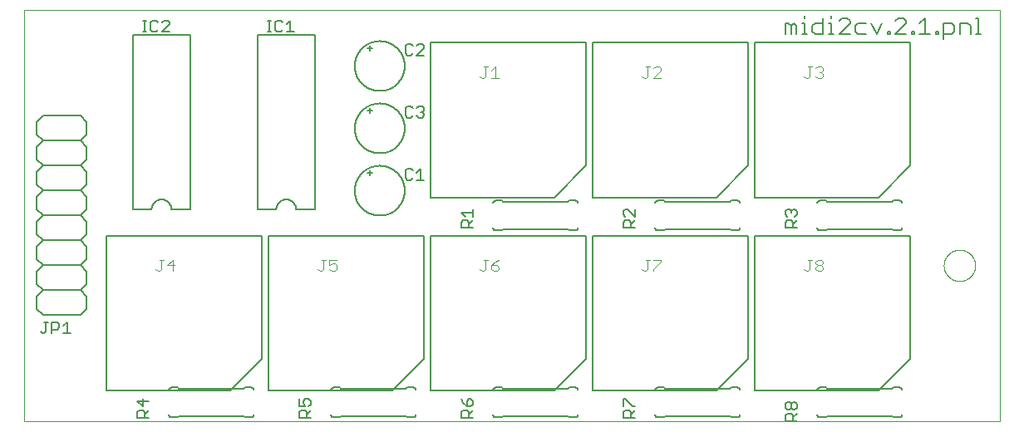
<source format=gto>
G75*
%MOIN*%
%OFA0B0*%
%FSLAX25Y25*%
%IPPOS*%
%LPD*%
%AMOC8*
5,1,8,0,0,1.08239X$1,22.5*
%
%ADD10C,0.00000*%
%ADD11C,0.00600*%
%ADD12C,0.00500*%
%ADD13C,0.00400*%
D10*
X0001000Y0002875D02*
X0001000Y0167835D01*
X0392201Y0167835D01*
X0392201Y0002875D01*
X0001000Y0002875D01*
X0369701Y0065375D02*
X0369703Y0065533D01*
X0369709Y0065691D01*
X0369719Y0065849D01*
X0369733Y0066007D01*
X0369751Y0066164D01*
X0369772Y0066321D01*
X0369798Y0066477D01*
X0369828Y0066633D01*
X0369861Y0066788D01*
X0369899Y0066941D01*
X0369940Y0067094D01*
X0369985Y0067246D01*
X0370034Y0067397D01*
X0370087Y0067546D01*
X0370143Y0067694D01*
X0370203Y0067840D01*
X0370267Y0067985D01*
X0370335Y0068128D01*
X0370406Y0068270D01*
X0370480Y0068410D01*
X0370558Y0068547D01*
X0370640Y0068683D01*
X0370724Y0068817D01*
X0370813Y0068948D01*
X0370904Y0069077D01*
X0370999Y0069204D01*
X0371096Y0069329D01*
X0371197Y0069451D01*
X0371301Y0069570D01*
X0371408Y0069687D01*
X0371518Y0069801D01*
X0371631Y0069912D01*
X0371746Y0070021D01*
X0371864Y0070126D01*
X0371985Y0070228D01*
X0372108Y0070328D01*
X0372234Y0070424D01*
X0372362Y0070517D01*
X0372492Y0070607D01*
X0372625Y0070693D01*
X0372760Y0070777D01*
X0372896Y0070856D01*
X0373035Y0070933D01*
X0373176Y0071005D01*
X0373318Y0071075D01*
X0373462Y0071140D01*
X0373608Y0071202D01*
X0373755Y0071260D01*
X0373904Y0071315D01*
X0374054Y0071366D01*
X0374205Y0071413D01*
X0374357Y0071456D01*
X0374510Y0071495D01*
X0374665Y0071531D01*
X0374820Y0071562D01*
X0374976Y0071590D01*
X0375132Y0071614D01*
X0375289Y0071634D01*
X0375447Y0071650D01*
X0375604Y0071662D01*
X0375763Y0071670D01*
X0375921Y0071674D01*
X0376079Y0071674D01*
X0376237Y0071670D01*
X0376396Y0071662D01*
X0376553Y0071650D01*
X0376711Y0071634D01*
X0376868Y0071614D01*
X0377024Y0071590D01*
X0377180Y0071562D01*
X0377335Y0071531D01*
X0377490Y0071495D01*
X0377643Y0071456D01*
X0377795Y0071413D01*
X0377946Y0071366D01*
X0378096Y0071315D01*
X0378245Y0071260D01*
X0378392Y0071202D01*
X0378538Y0071140D01*
X0378682Y0071075D01*
X0378824Y0071005D01*
X0378965Y0070933D01*
X0379104Y0070856D01*
X0379240Y0070777D01*
X0379375Y0070693D01*
X0379508Y0070607D01*
X0379638Y0070517D01*
X0379766Y0070424D01*
X0379892Y0070328D01*
X0380015Y0070228D01*
X0380136Y0070126D01*
X0380254Y0070021D01*
X0380369Y0069912D01*
X0380482Y0069801D01*
X0380592Y0069687D01*
X0380699Y0069570D01*
X0380803Y0069451D01*
X0380904Y0069329D01*
X0381001Y0069204D01*
X0381096Y0069077D01*
X0381187Y0068948D01*
X0381276Y0068817D01*
X0381360Y0068683D01*
X0381442Y0068547D01*
X0381520Y0068410D01*
X0381594Y0068270D01*
X0381665Y0068128D01*
X0381733Y0067985D01*
X0381797Y0067840D01*
X0381857Y0067694D01*
X0381913Y0067546D01*
X0381966Y0067397D01*
X0382015Y0067246D01*
X0382060Y0067094D01*
X0382101Y0066941D01*
X0382139Y0066788D01*
X0382172Y0066633D01*
X0382202Y0066477D01*
X0382228Y0066321D01*
X0382249Y0066164D01*
X0382267Y0066007D01*
X0382281Y0065849D01*
X0382291Y0065691D01*
X0382297Y0065533D01*
X0382299Y0065375D01*
X0382297Y0065217D01*
X0382291Y0065059D01*
X0382281Y0064901D01*
X0382267Y0064743D01*
X0382249Y0064586D01*
X0382228Y0064429D01*
X0382202Y0064273D01*
X0382172Y0064117D01*
X0382139Y0063962D01*
X0382101Y0063809D01*
X0382060Y0063656D01*
X0382015Y0063504D01*
X0381966Y0063353D01*
X0381913Y0063204D01*
X0381857Y0063056D01*
X0381797Y0062910D01*
X0381733Y0062765D01*
X0381665Y0062622D01*
X0381594Y0062480D01*
X0381520Y0062340D01*
X0381442Y0062203D01*
X0381360Y0062067D01*
X0381276Y0061933D01*
X0381187Y0061802D01*
X0381096Y0061673D01*
X0381001Y0061546D01*
X0380904Y0061421D01*
X0380803Y0061299D01*
X0380699Y0061180D01*
X0380592Y0061063D01*
X0380482Y0060949D01*
X0380369Y0060838D01*
X0380254Y0060729D01*
X0380136Y0060624D01*
X0380015Y0060522D01*
X0379892Y0060422D01*
X0379766Y0060326D01*
X0379638Y0060233D01*
X0379508Y0060143D01*
X0379375Y0060057D01*
X0379240Y0059973D01*
X0379104Y0059894D01*
X0378965Y0059817D01*
X0378824Y0059745D01*
X0378682Y0059675D01*
X0378538Y0059610D01*
X0378392Y0059548D01*
X0378245Y0059490D01*
X0378096Y0059435D01*
X0377946Y0059384D01*
X0377795Y0059337D01*
X0377643Y0059294D01*
X0377490Y0059255D01*
X0377335Y0059219D01*
X0377180Y0059188D01*
X0377024Y0059160D01*
X0376868Y0059136D01*
X0376711Y0059116D01*
X0376553Y0059100D01*
X0376396Y0059088D01*
X0376237Y0059080D01*
X0376079Y0059076D01*
X0375921Y0059076D01*
X0375763Y0059080D01*
X0375604Y0059088D01*
X0375447Y0059100D01*
X0375289Y0059116D01*
X0375132Y0059136D01*
X0374976Y0059160D01*
X0374820Y0059188D01*
X0374665Y0059219D01*
X0374510Y0059255D01*
X0374357Y0059294D01*
X0374205Y0059337D01*
X0374054Y0059384D01*
X0373904Y0059435D01*
X0373755Y0059490D01*
X0373608Y0059548D01*
X0373462Y0059610D01*
X0373318Y0059675D01*
X0373176Y0059745D01*
X0373035Y0059817D01*
X0372896Y0059894D01*
X0372760Y0059973D01*
X0372625Y0060057D01*
X0372492Y0060143D01*
X0372362Y0060233D01*
X0372234Y0060326D01*
X0372108Y0060422D01*
X0371985Y0060522D01*
X0371864Y0060624D01*
X0371746Y0060729D01*
X0371631Y0060838D01*
X0371518Y0060949D01*
X0371408Y0061063D01*
X0371301Y0061180D01*
X0371197Y0061299D01*
X0371096Y0061421D01*
X0370999Y0061546D01*
X0370904Y0061673D01*
X0370813Y0061802D01*
X0370724Y0061933D01*
X0370640Y0062067D01*
X0370558Y0062203D01*
X0370480Y0062340D01*
X0370406Y0062480D01*
X0370335Y0062622D01*
X0370267Y0062765D01*
X0370203Y0062910D01*
X0370143Y0063056D01*
X0370087Y0063204D01*
X0370034Y0063353D01*
X0369985Y0063504D01*
X0369940Y0063656D01*
X0369899Y0063809D01*
X0369861Y0063962D01*
X0369828Y0064117D01*
X0369798Y0064273D01*
X0369772Y0064429D01*
X0369751Y0064586D01*
X0369733Y0064743D01*
X0369719Y0064901D01*
X0369709Y0065059D01*
X0369703Y0065217D01*
X0369701Y0065375D01*
D11*
X0352000Y0079375D02*
X0349500Y0079375D01*
X0349000Y0079875D01*
X0323000Y0079875D01*
X0322500Y0079375D01*
X0320000Y0079375D01*
X0319940Y0079377D01*
X0319879Y0079382D01*
X0319820Y0079391D01*
X0319761Y0079404D01*
X0319702Y0079420D01*
X0319645Y0079440D01*
X0319590Y0079463D01*
X0319535Y0079490D01*
X0319483Y0079519D01*
X0319432Y0079552D01*
X0319383Y0079588D01*
X0319337Y0079626D01*
X0319293Y0079668D01*
X0319251Y0079712D01*
X0319213Y0079758D01*
X0319177Y0079807D01*
X0319144Y0079858D01*
X0319115Y0079910D01*
X0319088Y0079965D01*
X0319065Y0080020D01*
X0319045Y0080077D01*
X0319029Y0080136D01*
X0319016Y0080195D01*
X0319007Y0080254D01*
X0319002Y0080315D01*
X0319000Y0080375D01*
X0319000Y0090375D02*
X0319002Y0090435D01*
X0319007Y0090496D01*
X0319016Y0090555D01*
X0319029Y0090614D01*
X0319045Y0090673D01*
X0319065Y0090730D01*
X0319088Y0090785D01*
X0319115Y0090840D01*
X0319144Y0090892D01*
X0319177Y0090943D01*
X0319213Y0090992D01*
X0319251Y0091038D01*
X0319293Y0091082D01*
X0319337Y0091124D01*
X0319383Y0091162D01*
X0319432Y0091198D01*
X0319483Y0091231D01*
X0319535Y0091260D01*
X0319590Y0091287D01*
X0319645Y0091310D01*
X0319702Y0091330D01*
X0319761Y0091346D01*
X0319820Y0091359D01*
X0319879Y0091368D01*
X0319940Y0091373D01*
X0320000Y0091375D01*
X0322500Y0091375D01*
X0323000Y0090875D01*
X0349000Y0090875D01*
X0349500Y0091375D01*
X0352000Y0091375D01*
X0352060Y0091373D01*
X0352121Y0091368D01*
X0352180Y0091359D01*
X0352239Y0091346D01*
X0352298Y0091330D01*
X0352355Y0091310D01*
X0352410Y0091287D01*
X0352465Y0091260D01*
X0352517Y0091231D01*
X0352568Y0091198D01*
X0352617Y0091162D01*
X0352663Y0091124D01*
X0352707Y0091082D01*
X0352749Y0091038D01*
X0352787Y0090992D01*
X0352823Y0090943D01*
X0352856Y0090892D01*
X0352885Y0090840D01*
X0352912Y0090785D01*
X0352935Y0090730D01*
X0352955Y0090673D01*
X0352971Y0090614D01*
X0352984Y0090555D01*
X0352993Y0090496D01*
X0352998Y0090435D01*
X0353000Y0090375D01*
X0353000Y0080375D02*
X0352998Y0080315D01*
X0352993Y0080254D01*
X0352984Y0080195D01*
X0352971Y0080136D01*
X0352955Y0080077D01*
X0352935Y0080020D01*
X0352912Y0079965D01*
X0352885Y0079910D01*
X0352856Y0079858D01*
X0352823Y0079807D01*
X0352787Y0079758D01*
X0352749Y0079712D01*
X0352707Y0079668D01*
X0352663Y0079626D01*
X0352617Y0079588D01*
X0352568Y0079552D01*
X0352517Y0079519D01*
X0352465Y0079490D01*
X0352410Y0079463D01*
X0352355Y0079440D01*
X0352298Y0079420D01*
X0352239Y0079404D01*
X0352180Y0079391D01*
X0352121Y0079382D01*
X0352060Y0079377D01*
X0352000Y0079375D01*
X0287000Y0079375D02*
X0284500Y0079375D01*
X0284000Y0079875D01*
X0258000Y0079875D01*
X0257500Y0079375D01*
X0255000Y0079375D01*
X0254940Y0079377D01*
X0254879Y0079382D01*
X0254820Y0079391D01*
X0254761Y0079404D01*
X0254702Y0079420D01*
X0254645Y0079440D01*
X0254590Y0079463D01*
X0254535Y0079490D01*
X0254483Y0079519D01*
X0254432Y0079552D01*
X0254383Y0079588D01*
X0254337Y0079626D01*
X0254293Y0079668D01*
X0254251Y0079712D01*
X0254213Y0079758D01*
X0254177Y0079807D01*
X0254144Y0079858D01*
X0254115Y0079910D01*
X0254088Y0079965D01*
X0254065Y0080020D01*
X0254045Y0080077D01*
X0254029Y0080136D01*
X0254016Y0080195D01*
X0254007Y0080254D01*
X0254002Y0080315D01*
X0254000Y0080375D01*
X0254000Y0090375D02*
X0254002Y0090435D01*
X0254007Y0090496D01*
X0254016Y0090555D01*
X0254029Y0090614D01*
X0254045Y0090673D01*
X0254065Y0090730D01*
X0254088Y0090785D01*
X0254115Y0090840D01*
X0254144Y0090892D01*
X0254177Y0090943D01*
X0254213Y0090992D01*
X0254251Y0091038D01*
X0254293Y0091082D01*
X0254337Y0091124D01*
X0254383Y0091162D01*
X0254432Y0091198D01*
X0254483Y0091231D01*
X0254535Y0091260D01*
X0254590Y0091287D01*
X0254645Y0091310D01*
X0254702Y0091330D01*
X0254761Y0091346D01*
X0254820Y0091359D01*
X0254879Y0091368D01*
X0254940Y0091373D01*
X0255000Y0091375D01*
X0257500Y0091375D01*
X0258000Y0090875D01*
X0284000Y0090875D01*
X0284500Y0091375D01*
X0287000Y0091375D01*
X0287060Y0091373D01*
X0287121Y0091368D01*
X0287180Y0091359D01*
X0287239Y0091346D01*
X0287298Y0091330D01*
X0287355Y0091310D01*
X0287410Y0091287D01*
X0287465Y0091260D01*
X0287517Y0091231D01*
X0287568Y0091198D01*
X0287617Y0091162D01*
X0287663Y0091124D01*
X0287707Y0091082D01*
X0287749Y0091038D01*
X0287787Y0090992D01*
X0287823Y0090943D01*
X0287856Y0090892D01*
X0287885Y0090840D01*
X0287912Y0090785D01*
X0287935Y0090730D01*
X0287955Y0090673D01*
X0287971Y0090614D01*
X0287984Y0090555D01*
X0287993Y0090496D01*
X0287998Y0090435D01*
X0288000Y0090375D01*
X0288000Y0080375D02*
X0287998Y0080315D01*
X0287993Y0080254D01*
X0287984Y0080195D01*
X0287971Y0080136D01*
X0287955Y0080077D01*
X0287935Y0080020D01*
X0287912Y0079965D01*
X0287885Y0079910D01*
X0287856Y0079858D01*
X0287823Y0079807D01*
X0287787Y0079758D01*
X0287749Y0079712D01*
X0287707Y0079668D01*
X0287663Y0079626D01*
X0287617Y0079588D01*
X0287568Y0079552D01*
X0287517Y0079519D01*
X0287465Y0079490D01*
X0287410Y0079463D01*
X0287355Y0079440D01*
X0287298Y0079420D01*
X0287239Y0079404D01*
X0287180Y0079391D01*
X0287121Y0079382D01*
X0287060Y0079377D01*
X0287000Y0079375D01*
X0222000Y0079375D02*
X0219500Y0079375D01*
X0219000Y0079875D01*
X0193000Y0079875D01*
X0192500Y0079375D01*
X0190000Y0079375D01*
X0189940Y0079377D01*
X0189879Y0079382D01*
X0189820Y0079391D01*
X0189761Y0079404D01*
X0189702Y0079420D01*
X0189645Y0079440D01*
X0189590Y0079463D01*
X0189535Y0079490D01*
X0189483Y0079519D01*
X0189432Y0079552D01*
X0189383Y0079588D01*
X0189337Y0079626D01*
X0189293Y0079668D01*
X0189251Y0079712D01*
X0189213Y0079758D01*
X0189177Y0079807D01*
X0189144Y0079858D01*
X0189115Y0079910D01*
X0189088Y0079965D01*
X0189065Y0080020D01*
X0189045Y0080077D01*
X0189029Y0080136D01*
X0189016Y0080195D01*
X0189007Y0080254D01*
X0189002Y0080315D01*
X0189000Y0080375D01*
X0189000Y0090375D02*
X0189002Y0090435D01*
X0189007Y0090496D01*
X0189016Y0090555D01*
X0189029Y0090614D01*
X0189045Y0090673D01*
X0189065Y0090730D01*
X0189088Y0090785D01*
X0189115Y0090840D01*
X0189144Y0090892D01*
X0189177Y0090943D01*
X0189213Y0090992D01*
X0189251Y0091038D01*
X0189293Y0091082D01*
X0189337Y0091124D01*
X0189383Y0091162D01*
X0189432Y0091198D01*
X0189483Y0091231D01*
X0189535Y0091260D01*
X0189590Y0091287D01*
X0189645Y0091310D01*
X0189702Y0091330D01*
X0189761Y0091346D01*
X0189820Y0091359D01*
X0189879Y0091368D01*
X0189940Y0091373D01*
X0190000Y0091375D01*
X0192500Y0091375D01*
X0193000Y0090875D01*
X0219000Y0090875D01*
X0219500Y0091375D01*
X0222000Y0091375D01*
X0222060Y0091373D01*
X0222121Y0091368D01*
X0222180Y0091359D01*
X0222239Y0091346D01*
X0222298Y0091330D01*
X0222355Y0091310D01*
X0222410Y0091287D01*
X0222465Y0091260D01*
X0222517Y0091231D01*
X0222568Y0091198D01*
X0222617Y0091162D01*
X0222663Y0091124D01*
X0222707Y0091082D01*
X0222749Y0091038D01*
X0222787Y0090992D01*
X0222823Y0090943D01*
X0222856Y0090892D01*
X0222885Y0090840D01*
X0222912Y0090785D01*
X0222935Y0090730D01*
X0222955Y0090673D01*
X0222971Y0090614D01*
X0222984Y0090555D01*
X0222993Y0090496D01*
X0222998Y0090435D01*
X0223000Y0090375D01*
X0223000Y0080375D02*
X0222998Y0080315D01*
X0222993Y0080254D01*
X0222984Y0080195D01*
X0222971Y0080136D01*
X0222955Y0080077D01*
X0222935Y0080020D01*
X0222912Y0079965D01*
X0222885Y0079910D01*
X0222856Y0079858D01*
X0222823Y0079807D01*
X0222787Y0079758D01*
X0222749Y0079712D01*
X0222707Y0079668D01*
X0222663Y0079626D01*
X0222617Y0079588D01*
X0222568Y0079552D01*
X0222517Y0079519D01*
X0222465Y0079490D01*
X0222410Y0079463D01*
X0222355Y0079440D01*
X0222298Y0079420D01*
X0222239Y0079404D01*
X0222180Y0079391D01*
X0222121Y0079382D01*
X0222060Y0079377D01*
X0222000Y0079375D01*
X0133500Y0095375D02*
X0133503Y0095620D01*
X0133512Y0095866D01*
X0133527Y0096111D01*
X0133548Y0096355D01*
X0133575Y0096599D01*
X0133608Y0096842D01*
X0133647Y0097085D01*
X0133692Y0097326D01*
X0133743Y0097566D01*
X0133800Y0097805D01*
X0133862Y0098042D01*
X0133931Y0098278D01*
X0134005Y0098512D01*
X0134085Y0098744D01*
X0134170Y0098974D01*
X0134261Y0099202D01*
X0134358Y0099427D01*
X0134460Y0099651D01*
X0134568Y0099871D01*
X0134681Y0100089D01*
X0134799Y0100304D01*
X0134923Y0100516D01*
X0135051Y0100725D01*
X0135185Y0100931D01*
X0135324Y0101133D01*
X0135468Y0101332D01*
X0135617Y0101527D01*
X0135770Y0101719D01*
X0135928Y0101907D01*
X0136090Y0102091D01*
X0136258Y0102270D01*
X0136429Y0102446D01*
X0136605Y0102617D01*
X0136784Y0102785D01*
X0136968Y0102947D01*
X0137156Y0103105D01*
X0137348Y0103258D01*
X0137543Y0103407D01*
X0137742Y0103551D01*
X0137944Y0103690D01*
X0138150Y0103824D01*
X0138359Y0103952D01*
X0138571Y0104076D01*
X0138786Y0104194D01*
X0139004Y0104307D01*
X0139224Y0104415D01*
X0139448Y0104517D01*
X0139673Y0104614D01*
X0139901Y0104705D01*
X0140131Y0104790D01*
X0140363Y0104870D01*
X0140597Y0104944D01*
X0140833Y0105013D01*
X0141070Y0105075D01*
X0141309Y0105132D01*
X0141549Y0105183D01*
X0141790Y0105228D01*
X0142033Y0105267D01*
X0142276Y0105300D01*
X0142520Y0105327D01*
X0142764Y0105348D01*
X0143009Y0105363D01*
X0143255Y0105372D01*
X0143500Y0105375D01*
X0143745Y0105372D01*
X0143991Y0105363D01*
X0144236Y0105348D01*
X0144480Y0105327D01*
X0144724Y0105300D01*
X0144967Y0105267D01*
X0145210Y0105228D01*
X0145451Y0105183D01*
X0145691Y0105132D01*
X0145930Y0105075D01*
X0146167Y0105013D01*
X0146403Y0104944D01*
X0146637Y0104870D01*
X0146869Y0104790D01*
X0147099Y0104705D01*
X0147327Y0104614D01*
X0147552Y0104517D01*
X0147776Y0104415D01*
X0147996Y0104307D01*
X0148214Y0104194D01*
X0148429Y0104076D01*
X0148641Y0103952D01*
X0148850Y0103824D01*
X0149056Y0103690D01*
X0149258Y0103551D01*
X0149457Y0103407D01*
X0149652Y0103258D01*
X0149844Y0103105D01*
X0150032Y0102947D01*
X0150216Y0102785D01*
X0150395Y0102617D01*
X0150571Y0102446D01*
X0150742Y0102270D01*
X0150910Y0102091D01*
X0151072Y0101907D01*
X0151230Y0101719D01*
X0151383Y0101527D01*
X0151532Y0101332D01*
X0151676Y0101133D01*
X0151815Y0100931D01*
X0151949Y0100725D01*
X0152077Y0100516D01*
X0152201Y0100304D01*
X0152319Y0100089D01*
X0152432Y0099871D01*
X0152540Y0099651D01*
X0152642Y0099427D01*
X0152739Y0099202D01*
X0152830Y0098974D01*
X0152915Y0098744D01*
X0152995Y0098512D01*
X0153069Y0098278D01*
X0153138Y0098042D01*
X0153200Y0097805D01*
X0153257Y0097566D01*
X0153308Y0097326D01*
X0153353Y0097085D01*
X0153392Y0096842D01*
X0153425Y0096599D01*
X0153452Y0096355D01*
X0153473Y0096111D01*
X0153488Y0095866D01*
X0153497Y0095620D01*
X0153500Y0095375D01*
X0153497Y0095130D01*
X0153488Y0094884D01*
X0153473Y0094639D01*
X0153452Y0094395D01*
X0153425Y0094151D01*
X0153392Y0093908D01*
X0153353Y0093665D01*
X0153308Y0093424D01*
X0153257Y0093184D01*
X0153200Y0092945D01*
X0153138Y0092708D01*
X0153069Y0092472D01*
X0152995Y0092238D01*
X0152915Y0092006D01*
X0152830Y0091776D01*
X0152739Y0091548D01*
X0152642Y0091323D01*
X0152540Y0091099D01*
X0152432Y0090879D01*
X0152319Y0090661D01*
X0152201Y0090446D01*
X0152077Y0090234D01*
X0151949Y0090025D01*
X0151815Y0089819D01*
X0151676Y0089617D01*
X0151532Y0089418D01*
X0151383Y0089223D01*
X0151230Y0089031D01*
X0151072Y0088843D01*
X0150910Y0088659D01*
X0150742Y0088480D01*
X0150571Y0088304D01*
X0150395Y0088133D01*
X0150216Y0087965D01*
X0150032Y0087803D01*
X0149844Y0087645D01*
X0149652Y0087492D01*
X0149457Y0087343D01*
X0149258Y0087199D01*
X0149056Y0087060D01*
X0148850Y0086926D01*
X0148641Y0086798D01*
X0148429Y0086674D01*
X0148214Y0086556D01*
X0147996Y0086443D01*
X0147776Y0086335D01*
X0147552Y0086233D01*
X0147327Y0086136D01*
X0147099Y0086045D01*
X0146869Y0085960D01*
X0146637Y0085880D01*
X0146403Y0085806D01*
X0146167Y0085737D01*
X0145930Y0085675D01*
X0145691Y0085618D01*
X0145451Y0085567D01*
X0145210Y0085522D01*
X0144967Y0085483D01*
X0144724Y0085450D01*
X0144480Y0085423D01*
X0144236Y0085402D01*
X0143991Y0085387D01*
X0143745Y0085378D01*
X0143500Y0085375D01*
X0143255Y0085378D01*
X0143009Y0085387D01*
X0142764Y0085402D01*
X0142520Y0085423D01*
X0142276Y0085450D01*
X0142033Y0085483D01*
X0141790Y0085522D01*
X0141549Y0085567D01*
X0141309Y0085618D01*
X0141070Y0085675D01*
X0140833Y0085737D01*
X0140597Y0085806D01*
X0140363Y0085880D01*
X0140131Y0085960D01*
X0139901Y0086045D01*
X0139673Y0086136D01*
X0139448Y0086233D01*
X0139224Y0086335D01*
X0139004Y0086443D01*
X0138786Y0086556D01*
X0138571Y0086674D01*
X0138359Y0086798D01*
X0138150Y0086926D01*
X0137944Y0087060D01*
X0137742Y0087199D01*
X0137543Y0087343D01*
X0137348Y0087492D01*
X0137156Y0087645D01*
X0136968Y0087803D01*
X0136784Y0087965D01*
X0136605Y0088133D01*
X0136429Y0088304D01*
X0136258Y0088480D01*
X0136090Y0088659D01*
X0135928Y0088843D01*
X0135770Y0089031D01*
X0135617Y0089223D01*
X0135468Y0089418D01*
X0135324Y0089617D01*
X0135185Y0089819D01*
X0135051Y0090025D01*
X0134923Y0090234D01*
X0134799Y0090446D01*
X0134681Y0090661D01*
X0134568Y0090879D01*
X0134460Y0091099D01*
X0134358Y0091323D01*
X0134261Y0091548D01*
X0134170Y0091776D01*
X0134085Y0092006D01*
X0134005Y0092238D01*
X0133931Y0092472D01*
X0133862Y0092708D01*
X0133800Y0092945D01*
X0133743Y0093184D01*
X0133692Y0093424D01*
X0133647Y0093665D01*
X0133608Y0093908D01*
X0133575Y0094151D01*
X0133548Y0094395D01*
X0133527Y0094639D01*
X0133512Y0094884D01*
X0133503Y0095130D01*
X0133500Y0095375D01*
X0139500Y0101375D02*
X0139500Y0103375D01*
X0138500Y0102375D02*
X0140500Y0102375D01*
X0117500Y0087875D02*
X0110000Y0087875D01*
X0109998Y0088001D01*
X0109992Y0088126D01*
X0109982Y0088251D01*
X0109968Y0088376D01*
X0109951Y0088501D01*
X0109929Y0088625D01*
X0109904Y0088748D01*
X0109874Y0088870D01*
X0109841Y0088991D01*
X0109804Y0089111D01*
X0109764Y0089230D01*
X0109719Y0089347D01*
X0109671Y0089464D01*
X0109619Y0089578D01*
X0109564Y0089691D01*
X0109505Y0089802D01*
X0109443Y0089911D01*
X0109377Y0090018D01*
X0109308Y0090123D01*
X0109236Y0090226D01*
X0109161Y0090327D01*
X0109082Y0090425D01*
X0109000Y0090520D01*
X0108916Y0090613D01*
X0108828Y0090703D01*
X0108738Y0090791D01*
X0108645Y0090875D01*
X0108550Y0090957D01*
X0108452Y0091036D01*
X0108351Y0091111D01*
X0108248Y0091183D01*
X0108143Y0091252D01*
X0108036Y0091318D01*
X0107927Y0091380D01*
X0107816Y0091439D01*
X0107703Y0091494D01*
X0107589Y0091546D01*
X0107472Y0091594D01*
X0107355Y0091639D01*
X0107236Y0091679D01*
X0107116Y0091716D01*
X0106995Y0091749D01*
X0106873Y0091779D01*
X0106750Y0091804D01*
X0106626Y0091826D01*
X0106501Y0091843D01*
X0106376Y0091857D01*
X0106251Y0091867D01*
X0106126Y0091873D01*
X0106000Y0091875D01*
X0105874Y0091873D01*
X0105749Y0091867D01*
X0105624Y0091857D01*
X0105499Y0091843D01*
X0105374Y0091826D01*
X0105250Y0091804D01*
X0105127Y0091779D01*
X0105005Y0091749D01*
X0104884Y0091716D01*
X0104764Y0091679D01*
X0104645Y0091639D01*
X0104528Y0091594D01*
X0104411Y0091546D01*
X0104297Y0091494D01*
X0104184Y0091439D01*
X0104073Y0091380D01*
X0103964Y0091318D01*
X0103857Y0091252D01*
X0103752Y0091183D01*
X0103649Y0091111D01*
X0103548Y0091036D01*
X0103450Y0090957D01*
X0103355Y0090875D01*
X0103262Y0090791D01*
X0103172Y0090703D01*
X0103084Y0090613D01*
X0103000Y0090520D01*
X0102918Y0090425D01*
X0102839Y0090327D01*
X0102764Y0090226D01*
X0102692Y0090123D01*
X0102623Y0090018D01*
X0102557Y0089911D01*
X0102495Y0089802D01*
X0102436Y0089691D01*
X0102381Y0089578D01*
X0102329Y0089464D01*
X0102281Y0089347D01*
X0102236Y0089230D01*
X0102196Y0089111D01*
X0102159Y0088991D01*
X0102126Y0088870D01*
X0102096Y0088748D01*
X0102071Y0088625D01*
X0102049Y0088501D01*
X0102032Y0088376D01*
X0102018Y0088251D01*
X0102008Y0088126D01*
X0102002Y0088001D01*
X0102000Y0087875D01*
X0094500Y0087875D01*
X0094500Y0157875D01*
X0117500Y0157875D01*
X0117500Y0087875D01*
X0067500Y0087875D02*
X0060000Y0087875D01*
X0059998Y0088001D01*
X0059992Y0088126D01*
X0059982Y0088251D01*
X0059968Y0088376D01*
X0059951Y0088501D01*
X0059929Y0088625D01*
X0059904Y0088748D01*
X0059874Y0088870D01*
X0059841Y0088991D01*
X0059804Y0089111D01*
X0059764Y0089230D01*
X0059719Y0089347D01*
X0059671Y0089464D01*
X0059619Y0089578D01*
X0059564Y0089691D01*
X0059505Y0089802D01*
X0059443Y0089911D01*
X0059377Y0090018D01*
X0059308Y0090123D01*
X0059236Y0090226D01*
X0059161Y0090327D01*
X0059082Y0090425D01*
X0059000Y0090520D01*
X0058916Y0090613D01*
X0058828Y0090703D01*
X0058738Y0090791D01*
X0058645Y0090875D01*
X0058550Y0090957D01*
X0058452Y0091036D01*
X0058351Y0091111D01*
X0058248Y0091183D01*
X0058143Y0091252D01*
X0058036Y0091318D01*
X0057927Y0091380D01*
X0057816Y0091439D01*
X0057703Y0091494D01*
X0057589Y0091546D01*
X0057472Y0091594D01*
X0057355Y0091639D01*
X0057236Y0091679D01*
X0057116Y0091716D01*
X0056995Y0091749D01*
X0056873Y0091779D01*
X0056750Y0091804D01*
X0056626Y0091826D01*
X0056501Y0091843D01*
X0056376Y0091857D01*
X0056251Y0091867D01*
X0056126Y0091873D01*
X0056000Y0091875D01*
X0055874Y0091873D01*
X0055749Y0091867D01*
X0055624Y0091857D01*
X0055499Y0091843D01*
X0055374Y0091826D01*
X0055250Y0091804D01*
X0055127Y0091779D01*
X0055005Y0091749D01*
X0054884Y0091716D01*
X0054764Y0091679D01*
X0054645Y0091639D01*
X0054528Y0091594D01*
X0054411Y0091546D01*
X0054297Y0091494D01*
X0054184Y0091439D01*
X0054073Y0091380D01*
X0053964Y0091318D01*
X0053857Y0091252D01*
X0053752Y0091183D01*
X0053649Y0091111D01*
X0053548Y0091036D01*
X0053450Y0090957D01*
X0053355Y0090875D01*
X0053262Y0090791D01*
X0053172Y0090703D01*
X0053084Y0090613D01*
X0053000Y0090520D01*
X0052918Y0090425D01*
X0052839Y0090327D01*
X0052764Y0090226D01*
X0052692Y0090123D01*
X0052623Y0090018D01*
X0052557Y0089911D01*
X0052495Y0089802D01*
X0052436Y0089691D01*
X0052381Y0089578D01*
X0052329Y0089464D01*
X0052281Y0089347D01*
X0052236Y0089230D01*
X0052196Y0089111D01*
X0052159Y0088991D01*
X0052126Y0088870D01*
X0052096Y0088748D01*
X0052071Y0088625D01*
X0052049Y0088501D01*
X0052032Y0088376D01*
X0052018Y0088251D01*
X0052008Y0088126D01*
X0052002Y0088001D01*
X0052000Y0087875D01*
X0044500Y0087875D01*
X0044500Y0157875D01*
X0067500Y0157875D01*
X0067500Y0087875D01*
X0026000Y0087875D02*
X0026000Y0092875D01*
X0023500Y0095375D01*
X0008500Y0095375D01*
X0006000Y0097875D01*
X0006000Y0102875D01*
X0008500Y0105375D01*
X0023500Y0105375D01*
X0026000Y0107875D01*
X0026000Y0112875D01*
X0023500Y0115375D01*
X0026000Y0117875D01*
X0026000Y0122875D01*
X0023500Y0125375D01*
X0008500Y0125375D01*
X0006000Y0122875D01*
X0006000Y0117875D01*
X0008500Y0115375D01*
X0023500Y0115375D01*
X0008500Y0115375D02*
X0006000Y0112875D01*
X0006000Y0107875D01*
X0008500Y0105375D01*
X0023500Y0105375D02*
X0026000Y0102875D01*
X0026000Y0097875D01*
X0023500Y0095375D01*
X0008500Y0095375D02*
X0006000Y0092875D01*
X0006000Y0087875D01*
X0008500Y0085375D01*
X0023500Y0085375D01*
X0026000Y0087875D01*
X0023500Y0085375D02*
X0026000Y0082875D01*
X0026000Y0077875D01*
X0023500Y0075375D01*
X0008500Y0075375D01*
X0006000Y0077875D01*
X0006000Y0082875D01*
X0008500Y0085375D01*
X0008500Y0075375D02*
X0006000Y0072875D01*
X0006000Y0067875D01*
X0008500Y0065375D01*
X0023500Y0065375D01*
X0026000Y0067875D01*
X0026000Y0072875D01*
X0023500Y0075375D01*
X0023500Y0065375D02*
X0026000Y0062875D01*
X0026000Y0057875D01*
X0023500Y0055375D01*
X0008500Y0055375D01*
X0006000Y0057875D01*
X0006000Y0062875D01*
X0008500Y0065375D01*
X0008500Y0055375D02*
X0006000Y0052875D01*
X0006000Y0047875D01*
X0008500Y0045375D01*
X0023500Y0045375D01*
X0026000Y0047875D01*
X0026000Y0052875D01*
X0023500Y0055375D01*
X0060000Y0016375D02*
X0062500Y0016375D01*
X0063000Y0015875D01*
X0089000Y0015875D01*
X0089500Y0016375D01*
X0092000Y0016375D01*
X0092060Y0016373D01*
X0092121Y0016368D01*
X0092180Y0016359D01*
X0092239Y0016346D01*
X0092298Y0016330D01*
X0092355Y0016310D01*
X0092410Y0016287D01*
X0092465Y0016260D01*
X0092517Y0016231D01*
X0092568Y0016198D01*
X0092617Y0016162D01*
X0092663Y0016124D01*
X0092707Y0016082D01*
X0092749Y0016038D01*
X0092787Y0015992D01*
X0092823Y0015943D01*
X0092856Y0015892D01*
X0092885Y0015840D01*
X0092912Y0015785D01*
X0092935Y0015730D01*
X0092955Y0015673D01*
X0092971Y0015614D01*
X0092984Y0015555D01*
X0092993Y0015496D01*
X0092998Y0015435D01*
X0093000Y0015375D01*
X0093000Y0005375D02*
X0092998Y0005315D01*
X0092993Y0005254D01*
X0092984Y0005195D01*
X0092971Y0005136D01*
X0092955Y0005077D01*
X0092935Y0005020D01*
X0092912Y0004965D01*
X0092885Y0004910D01*
X0092856Y0004858D01*
X0092823Y0004807D01*
X0092787Y0004758D01*
X0092749Y0004712D01*
X0092707Y0004668D01*
X0092663Y0004626D01*
X0092617Y0004588D01*
X0092568Y0004552D01*
X0092517Y0004519D01*
X0092465Y0004490D01*
X0092410Y0004463D01*
X0092355Y0004440D01*
X0092298Y0004420D01*
X0092239Y0004404D01*
X0092180Y0004391D01*
X0092121Y0004382D01*
X0092060Y0004377D01*
X0092000Y0004375D01*
X0089500Y0004375D01*
X0089000Y0004875D01*
X0063000Y0004875D01*
X0062500Y0004375D01*
X0060000Y0004375D01*
X0059940Y0004377D01*
X0059879Y0004382D01*
X0059820Y0004391D01*
X0059761Y0004404D01*
X0059702Y0004420D01*
X0059645Y0004440D01*
X0059590Y0004463D01*
X0059535Y0004490D01*
X0059483Y0004519D01*
X0059432Y0004552D01*
X0059383Y0004588D01*
X0059337Y0004626D01*
X0059293Y0004668D01*
X0059251Y0004712D01*
X0059213Y0004758D01*
X0059177Y0004807D01*
X0059144Y0004858D01*
X0059115Y0004910D01*
X0059088Y0004965D01*
X0059065Y0005020D01*
X0059045Y0005077D01*
X0059029Y0005136D01*
X0059016Y0005195D01*
X0059007Y0005254D01*
X0059002Y0005315D01*
X0059000Y0005375D01*
X0059000Y0015375D02*
X0059002Y0015435D01*
X0059007Y0015496D01*
X0059016Y0015555D01*
X0059029Y0015614D01*
X0059045Y0015673D01*
X0059065Y0015730D01*
X0059088Y0015785D01*
X0059115Y0015840D01*
X0059144Y0015892D01*
X0059177Y0015943D01*
X0059213Y0015992D01*
X0059251Y0016038D01*
X0059293Y0016082D01*
X0059337Y0016124D01*
X0059383Y0016162D01*
X0059432Y0016198D01*
X0059483Y0016231D01*
X0059535Y0016260D01*
X0059590Y0016287D01*
X0059645Y0016310D01*
X0059702Y0016330D01*
X0059761Y0016346D01*
X0059820Y0016359D01*
X0059879Y0016368D01*
X0059940Y0016373D01*
X0060000Y0016375D01*
X0125000Y0016375D02*
X0127500Y0016375D01*
X0128000Y0015875D01*
X0154000Y0015875D01*
X0154500Y0016375D01*
X0157000Y0016375D01*
X0157060Y0016373D01*
X0157121Y0016368D01*
X0157180Y0016359D01*
X0157239Y0016346D01*
X0157298Y0016330D01*
X0157355Y0016310D01*
X0157410Y0016287D01*
X0157465Y0016260D01*
X0157517Y0016231D01*
X0157568Y0016198D01*
X0157617Y0016162D01*
X0157663Y0016124D01*
X0157707Y0016082D01*
X0157749Y0016038D01*
X0157787Y0015992D01*
X0157823Y0015943D01*
X0157856Y0015892D01*
X0157885Y0015840D01*
X0157912Y0015785D01*
X0157935Y0015730D01*
X0157955Y0015673D01*
X0157971Y0015614D01*
X0157984Y0015555D01*
X0157993Y0015496D01*
X0157998Y0015435D01*
X0158000Y0015375D01*
X0158000Y0005375D02*
X0157998Y0005315D01*
X0157993Y0005254D01*
X0157984Y0005195D01*
X0157971Y0005136D01*
X0157955Y0005077D01*
X0157935Y0005020D01*
X0157912Y0004965D01*
X0157885Y0004910D01*
X0157856Y0004858D01*
X0157823Y0004807D01*
X0157787Y0004758D01*
X0157749Y0004712D01*
X0157707Y0004668D01*
X0157663Y0004626D01*
X0157617Y0004588D01*
X0157568Y0004552D01*
X0157517Y0004519D01*
X0157465Y0004490D01*
X0157410Y0004463D01*
X0157355Y0004440D01*
X0157298Y0004420D01*
X0157239Y0004404D01*
X0157180Y0004391D01*
X0157121Y0004382D01*
X0157060Y0004377D01*
X0157000Y0004375D01*
X0154500Y0004375D01*
X0154000Y0004875D01*
X0128000Y0004875D01*
X0127500Y0004375D01*
X0125000Y0004375D01*
X0124940Y0004377D01*
X0124879Y0004382D01*
X0124820Y0004391D01*
X0124761Y0004404D01*
X0124702Y0004420D01*
X0124645Y0004440D01*
X0124590Y0004463D01*
X0124535Y0004490D01*
X0124483Y0004519D01*
X0124432Y0004552D01*
X0124383Y0004588D01*
X0124337Y0004626D01*
X0124293Y0004668D01*
X0124251Y0004712D01*
X0124213Y0004758D01*
X0124177Y0004807D01*
X0124144Y0004858D01*
X0124115Y0004910D01*
X0124088Y0004965D01*
X0124065Y0005020D01*
X0124045Y0005077D01*
X0124029Y0005136D01*
X0124016Y0005195D01*
X0124007Y0005254D01*
X0124002Y0005315D01*
X0124000Y0005375D01*
X0124000Y0015375D02*
X0124002Y0015435D01*
X0124007Y0015496D01*
X0124016Y0015555D01*
X0124029Y0015614D01*
X0124045Y0015673D01*
X0124065Y0015730D01*
X0124088Y0015785D01*
X0124115Y0015840D01*
X0124144Y0015892D01*
X0124177Y0015943D01*
X0124213Y0015992D01*
X0124251Y0016038D01*
X0124293Y0016082D01*
X0124337Y0016124D01*
X0124383Y0016162D01*
X0124432Y0016198D01*
X0124483Y0016231D01*
X0124535Y0016260D01*
X0124590Y0016287D01*
X0124645Y0016310D01*
X0124702Y0016330D01*
X0124761Y0016346D01*
X0124820Y0016359D01*
X0124879Y0016368D01*
X0124940Y0016373D01*
X0125000Y0016375D01*
X0190000Y0016375D02*
X0192500Y0016375D01*
X0193000Y0015875D01*
X0219000Y0015875D01*
X0219500Y0016375D01*
X0222000Y0016375D01*
X0222060Y0016373D01*
X0222121Y0016368D01*
X0222180Y0016359D01*
X0222239Y0016346D01*
X0222298Y0016330D01*
X0222355Y0016310D01*
X0222410Y0016287D01*
X0222465Y0016260D01*
X0222517Y0016231D01*
X0222568Y0016198D01*
X0222617Y0016162D01*
X0222663Y0016124D01*
X0222707Y0016082D01*
X0222749Y0016038D01*
X0222787Y0015992D01*
X0222823Y0015943D01*
X0222856Y0015892D01*
X0222885Y0015840D01*
X0222912Y0015785D01*
X0222935Y0015730D01*
X0222955Y0015673D01*
X0222971Y0015614D01*
X0222984Y0015555D01*
X0222993Y0015496D01*
X0222998Y0015435D01*
X0223000Y0015375D01*
X0223000Y0005375D02*
X0222998Y0005315D01*
X0222993Y0005254D01*
X0222984Y0005195D01*
X0222971Y0005136D01*
X0222955Y0005077D01*
X0222935Y0005020D01*
X0222912Y0004965D01*
X0222885Y0004910D01*
X0222856Y0004858D01*
X0222823Y0004807D01*
X0222787Y0004758D01*
X0222749Y0004712D01*
X0222707Y0004668D01*
X0222663Y0004626D01*
X0222617Y0004588D01*
X0222568Y0004552D01*
X0222517Y0004519D01*
X0222465Y0004490D01*
X0222410Y0004463D01*
X0222355Y0004440D01*
X0222298Y0004420D01*
X0222239Y0004404D01*
X0222180Y0004391D01*
X0222121Y0004382D01*
X0222060Y0004377D01*
X0222000Y0004375D01*
X0219500Y0004375D01*
X0219000Y0004875D01*
X0193000Y0004875D01*
X0192500Y0004375D01*
X0190000Y0004375D01*
X0189940Y0004377D01*
X0189879Y0004382D01*
X0189820Y0004391D01*
X0189761Y0004404D01*
X0189702Y0004420D01*
X0189645Y0004440D01*
X0189590Y0004463D01*
X0189535Y0004490D01*
X0189483Y0004519D01*
X0189432Y0004552D01*
X0189383Y0004588D01*
X0189337Y0004626D01*
X0189293Y0004668D01*
X0189251Y0004712D01*
X0189213Y0004758D01*
X0189177Y0004807D01*
X0189144Y0004858D01*
X0189115Y0004910D01*
X0189088Y0004965D01*
X0189065Y0005020D01*
X0189045Y0005077D01*
X0189029Y0005136D01*
X0189016Y0005195D01*
X0189007Y0005254D01*
X0189002Y0005315D01*
X0189000Y0005375D01*
X0189000Y0015375D02*
X0189002Y0015435D01*
X0189007Y0015496D01*
X0189016Y0015555D01*
X0189029Y0015614D01*
X0189045Y0015673D01*
X0189065Y0015730D01*
X0189088Y0015785D01*
X0189115Y0015840D01*
X0189144Y0015892D01*
X0189177Y0015943D01*
X0189213Y0015992D01*
X0189251Y0016038D01*
X0189293Y0016082D01*
X0189337Y0016124D01*
X0189383Y0016162D01*
X0189432Y0016198D01*
X0189483Y0016231D01*
X0189535Y0016260D01*
X0189590Y0016287D01*
X0189645Y0016310D01*
X0189702Y0016330D01*
X0189761Y0016346D01*
X0189820Y0016359D01*
X0189879Y0016368D01*
X0189940Y0016373D01*
X0190000Y0016375D01*
X0255000Y0016375D02*
X0257500Y0016375D01*
X0258000Y0015875D01*
X0284000Y0015875D01*
X0284500Y0016375D01*
X0287000Y0016375D01*
X0287060Y0016373D01*
X0287121Y0016368D01*
X0287180Y0016359D01*
X0287239Y0016346D01*
X0287298Y0016330D01*
X0287355Y0016310D01*
X0287410Y0016287D01*
X0287465Y0016260D01*
X0287517Y0016231D01*
X0287568Y0016198D01*
X0287617Y0016162D01*
X0287663Y0016124D01*
X0287707Y0016082D01*
X0287749Y0016038D01*
X0287787Y0015992D01*
X0287823Y0015943D01*
X0287856Y0015892D01*
X0287885Y0015840D01*
X0287912Y0015785D01*
X0287935Y0015730D01*
X0287955Y0015673D01*
X0287971Y0015614D01*
X0287984Y0015555D01*
X0287993Y0015496D01*
X0287998Y0015435D01*
X0288000Y0015375D01*
X0288000Y0005375D02*
X0287998Y0005315D01*
X0287993Y0005254D01*
X0287984Y0005195D01*
X0287971Y0005136D01*
X0287955Y0005077D01*
X0287935Y0005020D01*
X0287912Y0004965D01*
X0287885Y0004910D01*
X0287856Y0004858D01*
X0287823Y0004807D01*
X0287787Y0004758D01*
X0287749Y0004712D01*
X0287707Y0004668D01*
X0287663Y0004626D01*
X0287617Y0004588D01*
X0287568Y0004552D01*
X0287517Y0004519D01*
X0287465Y0004490D01*
X0287410Y0004463D01*
X0287355Y0004440D01*
X0287298Y0004420D01*
X0287239Y0004404D01*
X0287180Y0004391D01*
X0287121Y0004382D01*
X0287060Y0004377D01*
X0287000Y0004375D01*
X0284500Y0004375D01*
X0284000Y0004875D01*
X0258000Y0004875D01*
X0257500Y0004375D01*
X0255000Y0004375D01*
X0254940Y0004377D01*
X0254879Y0004382D01*
X0254820Y0004391D01*
X0254761Y0004404D01*
X0254702Y0004420D01*
X0254645Y0004440D01*
X0254590Y0004463D01*
X0254535Y0004490D01*
X0254483Y0004519D01*
X0254432Y0004552D01*
X0254383Y0004588D01*
X0254337Y0004626D01*
X0254293Y0004668D01*
X0254251Y0004712D01*
X0254213Y0004758D01*
X0254177Y0004807D01*
X0254144Y0004858D01*
X0254115Y0004910D01*
X0254088Y0004965D01*
X0254065Y0005020D01*
X0254045Y0005077D01*
X0254029Y0005136D01*
X0254016Y0005195D01*
X0254007Y0005254D01*
X0254002Y0005315D01*
X0254000Y0005375D01*
X0254000Y0015375D02*
X0254002Y0015435D01*
X0254007Y0015496D01*
X0254016Y0015555D01*
X0254029Y0015614D01*
X0254045Y0015673D01*
X0254065Y0015730D01*
X0254088Y0015785D01*
X0254115Y0015840D01*
X0254144Y0015892D01*
X0254177Y0015943D01*
X0254213Y0015992D01*
X0254251Y0016038D01*
X0254293Y0016082D01*
X0254337Y0016124D01*
X0254383Y0016162D01*
X0254432Y0016198D01*
X0254483Y0016231D01*
X0254535Y0016260D01*
X0254590Y0016287D01*
X0254645Y0016310D01*
X0254702Y0016330D01*
X0254761Y0016346D01*
X0254820Y0016359D01*
X0254879Y0016368D01*
X0254940Y0016373D01*
X0255000Y0016375D01*
X0320000Y0016375D02*
X0322500Y0016375D01*
X0323000Y0015875D01*
X0349000Y0015875D01*
X0349500Y0016375D01*
X0352000Y0016375D01*
X0352060Y0016373D01*
X0352121Y0016368D01*
X0352180Y0016359D01*
X0352239Y0016346D01*
X0352298Y0016330D01*
X0352355Y0016310D01*
X0352410Y0016287D01*
X0352465Y0016260D01*
X0352517Y0016231D01*
X0352568Y0016198D01*
X0352617Y0016162D01*
X0352663Y0016124D01*
X0352707Y0016082D01*
X0352749Y0016038D01*
X0352787Y0015992D01*
X0352823Y0015943D01*
X0352856Y0015892D01*
X0352885Y0015840D01*
X0352912Y0015785D01*
X0352935Y0015730D01*
X0352955Y0015673D01*
X0352971Y0015614D01*
X0352984Y0015555D01*
X0352993Y0015496D01*
X0352998Y0015435D01*
X0353000Y0015375D01*
X0353000Y0005375D02*
X0352998Y0005315D01*
X0352993Y0005254D01*
X0352984Y0005195D01*
X0352971Y0005136D01*
X0352955Y0005077D01*
X0352935Y0005020D01*
X0352912Y0004965D01*
X0352885Y0004910D01*
X0352856Y0004858D01*
X0352823Y0004807D01*
X0352787Y0004758D01*
X0352749Y0004712D01*
X0352707Y0004668D01*
X0352663Y0004626D01*
X0352617Y0004588D01*
X0352568Y0004552D01*
X0352517Y0004519D01*
X0352465Y0004490D01*
X0352410Y0004463D01*
X0352355Y0004440D01*
X0352298Y0004420D01*
X0352239Y0004404D01*
X0352180Y0004391D01*
X0352121Y0004382D01*
X0352060Y0004377D01*
X0352000Y0004375D01*
X0349500Y0004375D01*
X0349000Y0004875D01*
X0323000Y0004875D01*
X0322500Y0004375D01*
X0320000Y0004375D01*
X0319940Y0004377D01*
X0319879Y0004382D01*
X0319820Y0004391D01*
X0319761Y0004404D01*
X0319702Y0004420D01*
X0319645Y0004440D01*
X0319590Y0004463D01*
X0319535Y0004490D01*
X0319483Y0004519D01*
X0319432Y0004552D01*
X0319383Y0004588D01*
X0319337Y0004626D01*
X0319293Y0004668D01*
X0319251Y0004712D01*
X0319213Y0004758D01*
X0319177Y0004807D01*
X0319144Y0004858D01*
X0319115Y0004910D01*
X0319088Y0004965D01*
X0319065Y0005020D01*
X0319045Y0005077D01*
X0319029Y0005136D01*
X0319016Y0005195D01*
X0319007Y0005254D01*
X0319002Y0005315D01*
X0319000Y0005375D01*
X0319000Y0015375D02*
X0319002Y0015435D01*
X0319007Y0015496D01*
X0319016Y0015555D01*
X0319029Y0015614D01*
X0319045Y0015673D01*
X0319065Y0015730D01*
X0319088Y0015785D01*
X0319115Y0015840D01*
X0319144Y0015892D01*
X0319177Y0015943D01*
X0319213Y0015992D01*
X0319251Y0016038D01*
X0319293Y0016082D01*
X0319337Y0016124D01*
X0319383Y0016162D01*
X0319432Y0016198D01*
X0319483Y0016231D01*
X0319535Y0016260D01*
X0319590Y0016287D01*
X0319645Y0016310D01*
X0319702Y0016330D01*
X0319761Y0016346D01*
X0319820Y0016359D01*
X0319879Y0016368D01*
X0319940Y0016373D01*
X0320000Y0016375D01*
X0133500Y0120375D02*
X0133503Y0120620D01*
X0133512Y0120866D01*
X0133527Y0121111D01*
X0133548Y0121355D01*
X0133575Y0121599D01*
X0133608Y0121842D01*
X0133647Y0122085D01*
X0133692Y0122326D01*
X0133743Y0122566D01*
X0133800Y0122805D01*
X0133862Y0123042D01*
X0133931Y0123278D01*
X0134005Y0123512D01*
X0134085Y0123744D01*
X0134170Y0123974D01*
X0134261Y0124202D01*
X0134358Y0124427D01*
X0134460Y0124651D01*
X0134568Y0124871D01*
X0134681Y0125089D01*
X0134799Y0125304D01*
X0134923Y0125516D01*
X0135051Y0125725D01*
X0135185Y0125931D01*
X0135324Y0126133D01*
X0135468Y0126332D01*
X0135617Y0126527D01*
X0135770Y0126719D01*
X0135928Y0126907D01*
X0136090Y0127091D01*
X0136258Y0127270D01*
X0136429Y0127446D01*
X0136605Y0127617D01*
X0136784Y0127785D01*
X0136968Y0127947D01*
X0137156Y0128105D01*
X0137348Y0128258D01*
X0137543Y0128407D01*
X0137742Y0128551D01*
X0137944Y0128690D01*
X0138150Y0128824D01*
X0138359Y0128952D01*
X0138571Y0129076D01*
X0138786Y0129194D01*
X0139004Y0129307D01*
X0139224Y0129415D01*
X0139448Y0129517D01*
X0139673Y0129614D01*
X0139901Y0129705D01*
X0140131Y0129790D01*
X0140363Y0129870D01*
X0140597Y0129944D01*
X0140833Y0130013D01*
X0141070Y0130075D01*
X0141309Y0130132D01*
X0141549Y0130183D01*
X0141790Y0130228D01*
X0142033Y0130267D01*
X0142276Y0130300D01*
X0142520Y0130327D01*
X0142764Y0130348D01*
X0143009Y0130363D01*
X0143255Y0130372D01*
X0143500Y0130375D01*
X0143745Y0130372D01*
X0143991Y0130363D01*
X0144236Y0130348D01*
X0144480Y0130327D01*
X0144724Y0130300D01*
X0144967Y0130267D01*
X0145210Y0130228D01*
X0145451Y0130183D01*
X0145691Y0130132D01*
X0145930Y0130075D01*
X0146167Y0130013D01*
X0146403Y0129944D01*
X0146637Y0129870D01*
X0146869Y0129790D01*
X0147099Y0129705D01*
X0147327Y0129614D01*
X0147552Y0129517D01*
X0147776Y0129415D01*
X0147996Y0129307D01*
X0148214Y0129194D01*
X0148429Y0129076D01*
X0148641Y0128952D01*
X0148850Y0128824D01*
X0149056Y0128690D01*
X0149258Y0128551D01*
X0149457Y0128407D01*
X0149652Y0128258D01*
X0149844Y0128105D01*
X0150032Y0127947D01*
X0150216Y0127785D01*
X0150395Y0127617D01*
X0150571Y0127446D01*
X0150742Y0127270D01*
X0150910Y0127091D01*
X0151072Y0126907D01*
X0151230Y0126719D01*
X0151383Y0126527D01*
X0151532Y0126332D01*
X0151676Y0126133D01*
X0151815Y0125931D01*
X0151949Y0125725D01*
X0152077Y0125516D01*
X0152201Y0125304D01*
X0152319Y0125089D01*
X0152432Y0124871D01*
X0152540Y0124651D01*
X0152642Y0124427D01*
X0152739Y0124202D01*
X0152830Y0123974D01*
X0152915Y0123744D01*
X0152995Y0123512D01*
X0153069Y0123278D01*
X0153138Y0123042D01*
X0153200Y0122805D01*
X0153257Y0122566D01*
X0153308Y0122326D01*
X0153353Y0122085D01*
X0153392Y0121842D01*
X0153425Y0121599D01*
X0153452Y0121355D01*
X0153473Y0121111D01*
X0153488Y0120866D01*
X0153497Y0120620D01*
X0153500Y0120375D01*
X0153497Y0120130D01*
X0153488Y0119884D01*
X0153473Y0119639D01*
X0153452Y0119395D01*
X0153425Y0119151D01*
X0153392Y0118908D01*
X0153353Y0118665D01*
X0153308Y0118424D01*
X0153257Y0118184D01*
X0153200Y0117945D01*
X0153138Y0117708D01*
X0153069Y0117472D01*
X0152995Y0117238D01*
X0152915Y0117006D01*
X0152830Y0116776D01*
X0152739Y0116548D01*
X0152642Y0116323D01*
X0152540Y0116099D01*
X0152432Y0115879D01*
X0152319Y0115661D01*
X0152201Y0115446D01*
X0152077Y0115234D01*
X0151949Y0115025D01*
X0151815Y0114819D01*
X0151676Y0114617D01*
X0151532Y0114418D01*
X0151383Y0114223D01*
X0151230Y0114031D01*
X0151072Y0113843D01*
X0150910Y0113659D01*
X0150742Y0113480D01*
X0150571Y0113304D01*
X0150395Y0113133D01*
X0150216Y0112965D01*
X0150032Y0112803D01*
X0149844Y0112645D01*
X0149652Y0112492D01*
X0149457Y0112343D01*
X0149258Y0112199D01*
X0149056Y0112060D01*
X0148850Y0111926D01*
X0148641Y0111798D01*
X0148429Y0111674D01*
X0148214Y0111556D01*
X0147996Y0111443D01*
X0147776Y0111335D01*
X0147552Y0111233D01*
X0147327Y0111136D01*
X0147099Y0111045D01*
X0146869Y0110960D01*
X0146637Y0110880D01*
X0146403Y0110806D01*
X0146167Y0110737D01*
X0145930Y0110675D01*
X0145691Y0110618D01*
X0145451Y0110567D01*
X0145210Y0110522D01*
X0144967Y0110483D01*
X0144724Y0110450D01*
X0144480Y0110423D01*
X0144236Y0110402D01*
X0143991Y0110387D01*
X0143745Y0110378D01*
X0143500Y0110375D01*
X0143255Y0110378D01*
X0143009Y0110387D01*
X0142764Y0110402D01*
X0142520Y0110423D01*
X0142276Y0110450D01*
X0142033Y0110483D01*
X0141790Y0110522D01*
X0141549Y0110567D01*
X0141309Y0110618D01*
X0141070Y0110675D01*
X0140833Y0110737D01*
X0140597Y0110806D01*
X0140363Y0110880D01*
X0140131Y0110960D01*
X0139901Y0111045D01*
X0139673Y0111136D01*
X0139448Y0111233D01*
X0139224Y0111335D01*
X0139004Y0111443D01*
X0138786Y0111556D01*
X0138571Y0111674D01*
X0138359Y0111798D01*
X0138150Y0111926D01*
X0137944Y0112060D01*
X0137742Y0112199D01*
X0137543Y0112343D01*
X0137348Y0112492D01*
X0137156Y0112645D01*
X0136968Y0112803D01*
X0136784Y0112965D01*
X0136605Y0113133D01*
X0136429Y0113304D01*
X0136258Y0113480D01*
X0136090Y0113659D01*
X0135928Y0113843D01*
X0135770Y0114031D01*
X0135617Y0114223D01*
X0135468Y0114418D01*
X0135324Y0114617D01*
X0135185Y0114819D01*
X0135051Y0115025D01*
X0134923Y0115234D01*
X0134799Y0115446D01*
X0134681Y0115661D01*
X0134568Y0115879D01*
X0134460Y0116099D01*
X0134358Y0116323D01*
X0134261Y0116548D01*
X0134170Y0116776D01*
X0134085Y0117006D01*
X0134005Y0117238D01*
X0133931Y0117472D01*
X0133862Y0117708D01*
X0133800Y0117945D01*
X0133743Y0118184D01*
X0133692Y0118424D01*
X0133647Y0118665D01*
X0133608Y0118908D01*
X0133575Y0119151D01*
X0133548Y0119395D01*
X0133527Y0119639D01*
X0133512Y0119884D01*
X0133503Y0120130D01*
X0133500Y0120375D01*
X0139500Y0126375D02*
X0139500Y0128375D01*
X0138500Y0127375D02*
X0140500Y0127375D01*
X0133500Y0145375D02*
X0133503Y0145620D01*
X0133512Y0145866D01*
X0133527Y0146111D01*
X0133548Y0146355D01*
X0133575Y0146599D01*
X0133608Y0146842D01*
X0133647Y0147085D01*
X0133692Y0147326D01*
X0133743Y0147566D01*
X0133800Y0147805D01*
X0133862Y0148042D01*
X0133931Y0148278D01*
X0134005Y0148512D01*
X0134085Y0148744D01*
X0134170Y0148974D01*
X0134261Y0149202D01*
X0134358Y0149427D01*
X0134460Y0149651D01*
X0134568Y0149871D01*
X0134681Y0150089D01*
X0134799Y0150304D01*
X0134923Y0150516D01*
X0135051Y0150725D01*
X0135185Y0150931D01*
X0135324Y0151133D01*
X0135468Y0151332D01*
X0135617Y0151527D01*
X0135770Y0151719D01*
X0135928Y0151907D01*
X0136090Y0152091D01*
X0136258Y0152270D01*
X0136429Y0152446D01*
X0136605Y0152617D01*
X0136784Y0152785D01*
X0136968Y0152947D01*
X0137156Y0153105D01*
X0137348Y0153258D01*
X0137543Y0153407D01*
X0137742Y0153551D01*
X0137944Y0153690D01*
X0138150Y0153824D01*
X0138359Y0153952D01*
X0138571Y0154076D01*
X0138786Y0154194D01*
X0139004Y0154307D01*
X0139224Y0154415D01*
X0139448Y0154517D01*
X0139673Y0154614D01*
X0139901Y0154705D01*
X0140131Y0154790D01*
X0140363Y0154870D01*
X0140597Y0154944D01*
X0140833Y0155013D01*
X0141070Y0155075D01*
X0141309Y0155132D01*
X0141549Y0155183D01*
X0141790Y0155228D01*
X0142033Y0155267D01*
X0142276Y0155300D01*
X0142520Y0155327D01*
X0142764Y0155348D01*
X0143009Y0155363D01*
X0143255Y0155372D01*
X0143500Y0155375D01*
X0143745Y0155372D01*
X0143991Y0155363D01*
X0144236Y0155348D01*
X0144480Y0155327D01*
X0144724Y0155300D01*
X0144967Y0155267D01*
X0145210Y0155228D01*
X0145451Y0155183D01*
X0145691Y0155132D01*
X0145930Y0155075D01*
X0146167Y0155013D01*
X0146403Y0154944D01*
X0146637Y0154870D01*
X0146869Y0154790D01*
X0147099Y0154705D01*
X0147327Y0154614D01*
X0147552Y0154517D01*
X0147776Y0154415D01*
X0147996Y0154307D01*
X0148214Y0154194D01*
X0148429Y0154076D01*
X0148641Y0153952D01*
X0148850Y0153824D01*
X0149056Y0153690D01*
X0149258Y0153551D01*
X0149457Y0153407D01*
X0149652Y0153258D01*
X0149844Y0153105D01*
X0150032Y0152947D01*
X0150216Y0152785D01*
X0150395Y0152617D01*
X0150571Y0152446D01*
X0150742Y0152270D01*
X0150910Y0152091D01*
X0151072Y0151907D01*
X0151230Y0151719D01*
X0151383Y0151527D01*
X0151532Y0151332D01*
X0151676Y0151133D01*
X0151815Y0150931D01*
X0151949Y0150725D01*
X0152077Y0150516D01*
X0152201Y0150304D01*
X0152319Y0150089D01*
X0152432Y0149871D01*
X0152540Y0149651D01*
X0152642Y0149427D01*
X0152739Y0149202D01*
X0152830Y0148974D01*
X0152915Y0148744D01*
X0152995Y0148512D01*
X0153069Y0148278D01*
X0153138Y0148042D01*
X0153200Y0147805D01*
X0153257Y0147566D01*
X0153308Y0147326D01*
X0153353Y0147085D01*
X0153392Y0146842D01*
X0153425Y0146599D01*
X0153452Y0146355D01*
X0153473Y0146111D01*
X0153488Y0145866D01*
X0153497Y0145620D01*
X0153500Y0145375D01*
X0153497Y0145130D01*
X0153488Y0144884D01*
X0153473Y0144639D01*
X0153452Y0144395D01*
X0153425Y0144151D01*
X0153392Y0143908D01*
X0153353Y0143665D01*
X0153308Y0143424D01*
X0153257Y0143184D01*
X0153200Y0142945D01*
X0153138Y0142708D01*
X0153069Y0142472D01*
X0152995Y0142238D01*
X0152915Y0142006D01*
X0152830Y0141776D01*
X0152739Y0141548D01*
X0152642Y0141323D01*
X0152540Y0141099D01*
X0152432Y0140879D01*
X0152319Y0140661D01*
X0152201Y0140446D01*
X0152077Y0140234D01*
X0151949Y0140025D01*
X0151815Y0139819D01*
X0151676Y0139617D01*
X0151532Y0139418D01*
X0151383Y0139223D01*
X0151230Y0139031D01*
X0151072Y0138843D01*
X0150910Y0138659D01*
X0150742Y0138480D01*
X0150571Y0138304D01*
X0150395Y0138133D01*
X0150216Y0137965D01*
X0150032Y0137803D01*
X0149844Y0137645D01*
X0149652Y0137492D01*
X0149457Y0137343D01*
X0149258Y0137199D01*
X0149056Y0137060D01*
X0148850Y0136926D01*
X0148641Y0136798D01*
X0148429Y0136674D01*
X0148214Y0136556D01*
X0147996Y0136443D01*
X0147776Y0136335D01*
X0147552Y0136233D01*
X0147327Y0136136D01*
X0147099Y0136045D01*
X0146869Y0135960D01*
X0146637Y0135880D01*
X0146403Y0135806D01*
X0146167Y0135737D01*
X0145930Y0135675D01*
X0145691Y0135618D01*
X0145451Y0135567D01*
X0145210Y0135522D01*
X0144967Y0135483D01*
X0144724Y0135450D01*
X0144480Y0135423D01*
X0144236Y0135402D01*
X0143991Y0135387D01*
X0143745Y0135378D01*
X0143500Y0135375D01*
X0143255Y0135378D01*
X0143009Y0135387D01*
X0142764Y0135402D01*
X0142520Y0135423D01*
X0142276Y0135450D01*
X0142033Y0135483D01*
X0141790Y0135522D01*
X0141549Y0135567D01*
X0141309Y0135618D01*
X0141070Y0135675D01*
X0140833Y0135737D01*
X0140597Y0135806D01*
X0140363Y0135880D01*
X0140131Y0135960D01*
X0139901Y0136045D01*
X0139673Y0136136D01*
X0139448Y0136233D01*
X0139224Y0136335D01*
X0139004Y0136443D01*
X0138786Y0136556D01*
X0138571Y0136674D01*
X0138359Y0136798D01*
X0138150Y0136926D01*
X0137944Y0137060D01*
X0137742Y0137199D01*
X0137543Y0137343D01*
X0137348Y0137492D01*
X0137156Y0137645D01*
X0136968Y0137803D01*
X0136784Y0137965D01*
X0136605Y0138133D01*
X0136429Y0138304D01*
X0136258Y0138480D01*
X0136090Y0138659D01*
X0135928Y0138843D01*
X0135770Y0139031D01*
X0135617Y0139223D01*
X0135468Y0139418D01*
X0135324Y0139617D01*
X0135185Y0139819D01*
X0135051Y0140025D01*
X0134923Y0140234D01*
X0134799Y0140446D01*
X0134681Y0140661D01*
X0134568Y0140879D01*
X0134460Y0141099D01*
X0134358Y0141323D01*
X0134261Y0141548D01*
X0134170Y0141776D01*
X0134085Y0142006D01*
X0134005Y0142238D01*
X0133931Y0142472D01*
X0133862Y0142708D01*
X0133800Y0142945D01*
X0133743Y0143184D01*
X0133692Y0143424D01*
X0133647Y0143665D01*
X0133608Y0143908D01*
X0133575Y0144151D01*
X0133548Y0144395D01*
X0133527Y0144639D01*
X0133512Y0144884D01*
X0133503Y0145130D01*
X0133500Y0145375D01*
X0139500Y0151375D02*
X0139500Y0153375D01*
X0138500Y0152375D02*
X0140500Y0152375D01*
X0306300Y0158175D02*
X0306300Y0162445D01*
X0307368Y0162445D01*
X0308435Y0161377D01*
X0309503Y0162445D01*
X0310570Y0161377D01*
X0310570Y0158175D01*
X0308435Y0158175D02*
X0308435Y0161377D01*
X0312745Y0162445D02*
X0313813Y0162445D01*
X0313813Y0158175D01*
X0312745Y0158175D02*
X0314881Y0158175D01*
X0317042Y0159242D02*
X0318110Y0158175D01*
X0321313Y0158175D01*
X0321313Y0164580D01*
X0321313Y0162445D02*
X0318110Y0162445D01*
X0317042Y0161377D01*
X0317042Y0159242D01*
X0323488Y0158175D02*
X0325623Y0158175D01*
X0324556Y0158175D02*
X0324556Y0162445D01*
X0323488Y0162445D01*
X0324556Y0164580D02*
X0324556Y0165648D01*
X0327785Y0163512D02*
X0328853Y0164580D01*
X0330988Y0164580D01*
X0332055Y0163512D01*
X0332055Y0162445D01*
X0327785Y0158175D01*
X0332055Y0158175D01*
X0334230Y0159242D02*
X0335298Y0158175D01*
X0338501Y0158175D01*
X0342811Y0158175D02*
X0344946Y0162445D01*
X0340676Y0162445D02*
X0342811Y0158175D01*
X0347121Y0158175D02*
X0347121Y0159242D01*
X0348189Y0159242D01*
X0348189Y0158175D01*
X0347121Y0158175D01*
X0350344Y0158175D02*
X0354615Y0162445D01*
X0354615Y0163512D01*
X0353547Y0164580D01*
X0351412Y0164580D01*
X0350344Y0163512D01*
X0356790Y0159242D02*
X0357857Y0159242D01*
X0357857Y0158175D01*
X0356790Y0158175D01*
X0356790Y0159242D01*
X0354615Y0158175D02*
X0350344Y0158175D01*
X0360012Y0158175D02*
X0364283Y0158175D01*
X0362148Y0158175D02*
X0362148Y0164580D01*
X0360012Y0162445D01*
X0366458Y0159242D02*
X0367526Y0159242D01*
X0367526Y0158175D01*
X0366458Y0158175D01*
X0366458Y0159242D01*
X0369681Y0158175D02*
X0372883Y0158175D01*
X0373951Y0159242D01*
X0373951Y0161377D01*
X0372883Y0162445D01*
X0369681Y0162445D01*
X0369681Y0156039D01*
X0376126Y0158175D02*
X0376126Y0162445D01*
X0379329Y0162445D01*
X0380397Y0161377D01*
X0380397Y0158175D01*
X0382572Y0158175D02*
X0384707Y0158175D01*
X0383639Y0158175D02*
X0383639Y0164580D01*
X0382572Y0164580D01*
X0338501Y0162445D02*
X0335298Y0162445D01*
X0334230Y0161377D01*
X0334230Y0159242D01*
X0313813Y0164580D02*
X0313813Y0165648D01*
D12*
X0294012Y0154863D02*
X0356217Y0154863D01*
X0356217Y0105375D01*
X0343500Y0092658D01*
X0294012Y0092658D01*
X0294012Y0154863D01*
X0291217Y0154863D02*
X0291217Y0105375D01*
X0278500Y0092658D01*
X0229012Y0092658D01*
X0229012Y0154863D01*
X0291217Y0154863D01*
X0226217Y0154863D02*
X0226217Y0105375D01*
X0213500Y0092658D01*
X0164012Y0092658D01*
X0164012Y0154863D01*
X0226217Y0154863D01*
X0161356Y0153378D02*
X0160606Y0154128D01*
X0159105Y0154128D01*
X0158354Y0153378D01*
X0156753Y0153378D02*
X0156002Y0154128D01*
X0154501Y0154128D01*
X0153750Y0153378D01*
X0153750Y0150375D01*
X0154501Y0149625D01*
X0156002Y0149625D01*
X0156753Y0150375D01*
X0158354Y0149625D02*
X0161356Y0152627D01*
X0161356Y0153378D01*
X0161356Y0149625D02*
X0158354Y0149625D01*
X0159105Y0129128D02*
X0160606Y0129128D01*
X0161356Y0128378D01*
X0161356Y0127627D01*
X0160606Y0126876D01*
X0161356Y0126126D01*
X0161356Y0125375D01*
X0160606Y0124625D01*
X0159105Y0124625D01*
X0158354Y0125375D01*
X0156753Y0125375D02*
X0156002Y0124625D01*
X0154501Y0124625D01*
X0153750Y0125375D01*
X0153750Y0128378D01*
X0154501Y0129128D01*
X0156002Y0129128D01*
X0156753Y0128378D01*
X0158354Y0128378D02*
X0159105Y0129128D01*
X0159855Y0126876D02*
X0160606Y0126876D01*
X0159855Y0104128D02*
X0159855Y0099625D01*
X0158354Y0099625D02*
X0161356Y0099625D01*
X0158354Y0102627D02*
X0159855Y0104128D01*
X0156753Y0103378D02*
X0156002Y0104128D01*
X0154501Y0104128D01*
X0153750Y0103378D01*
X0153750Y0100375D01*
X0154501Y0099625D01*
X0156002Y0099625D01*
X0156753Y0100375D01*
X0180750Y0088023D02*
X0180750Y0085021D01*
X0180750Y0086522D02*
X0176246Y0086522D01*
X0177747Y0085021D01*
X0176997Y0083419D02*
X0178498Y0083419D01*
X0179249Y0082669D01*
X0179249Y0080417D01*
X0179249Y0081918D02*
X0180750Y0083419D01*
X0176997Y0083419D02*
X0176246Y0082669D01*
X0176246Y0080417D01*
X0180750Y0080417D01*
X0164012Y0077363D02*
X0226217Y0077363D01*
X0226217Y0027875D01*
X0213500Y0015158D01*
X0164012Y0015158D01*
X0164012Y0077363D01*
X0161217Y0077363D02*
X0161217Y0027875D01*
X0148500Y0015158D01*
X0099012Y0015158D01*
X0099012Y0077363D01*
X0161217Y0077363D01*
X0096217Y0077363D02*
X0096217Y0027875D01*
X0083500Y0015158D01*
X0034012Y0015158D01*
X0034012Y0077363D01*
X0096217Y0077363D01*
X0018147Y0042628D02*
X0018147Y0038125D01*
X0016646Y0038125D02*
X0019649Y0038125D01*
X0015045Y0040376D02*
X0014294Y0039626D01*
X0012042Y0039626D01*
X0012042Y0038125D02*
X0012042Y0042628D01*
X0014294Y0042628D01*
X0015045Y0041878D01*
X0015045Y0040376D01*
X0016646Y0041127D02*
X0018147Y0042628D01*
X0010441Y0042628D02*
X0008939Y0042628D01*
X0009690Y0042628D02*
X0009690Y0038875D01*
X0008939Y0038125D01*
X0008189Y0038125D01*
X0007438Y0038875D01*
X0046246Y0010980D02*
X0048498Y0008728D01*
X0048498Y0011731D01*
X0050750Y0010980D02*
X0046246Y0010980D01*
X0046997Y0007127D02*
X0048498Y0007127D01*
X0049249Y0006376D01*
X0049249Y0004125D01*
X0049249Y0005626D02*
X0050750Y0007127D01*
X0046997Y0007127D02*
X0046246Y0006376D01*
X0046246Y0004125D01*
X0050750Y0004125D01*
X0111246Y0004125D02*
X0111246Y0006376D01*
X0111997Y0007127D01*
X0113498Y0007127D01*
X0114249Y0006376D01*
X0114249Y0004125D01*
X0114249Y0005626D02*
X0115750Y0007127D01*
X0114999Y0008728D02*
X0115750Y0009479D01*
X0115750Y0010980D01*
X0114999Y0011731D01*
X0113498Y0011731D01*
X0112747Y0010980D01*
X0112747Y0010230D01*
X0113498Y0008728D01*
X0111246Y0008728D01*
X0111246Y0011731D01*
X0111246Y0004125D02*
X0115750Y0004125D01*
X0176246Y0004125D02*
X0176246Y0006376D01*
X0176997Y0007127D01*
X0178498Y0007127D01*
X0179249Y0006376D01*
X0179249Y0004125D01*
X0179249Y0005626D02*
X0180750Y0007127D01*
X0179999Y0008728D02*
X0180750Y0009479D01*
X0180750Y0010980D01*
X0179999Y0011731D01*
X0179249Y0011731D01*
X0178498Y0010980D01*
X0178498Y0008728D01*
X0179999Y0008728D01*
X0178498Y0008728D02*
X0176997Y0010230D01*
X0176246Y0011731D01*
X0176246Y0004125D02*
X0180750Y0004125D01*
X0229012Y0015158D02*
X0229012Y0077363D01*
X0291217Y0077363D01*
X0291217Y0027875D01*
X0278500Y0015158D01*
X0229012Y0015158D01*
X0241246Y0011731D02*
X0241246Y0008728D01*
X0241997Y0007127D02*
X0243498Y0007127D01*
X0244249Y0006376D01*
X0244249Y0004125D01*
X0244249Y0005626D02*
X0245750Y0007127D01*
X0245750Y0008728D02*
X0244999Y0008728D01*
X0241997Y0011731D01*
X0241246Y0011731D01*
X0241997Y0007127D02*
X0241246Y0006376D01*
X0241246Y0004125D01*
X0245750Y0004125D01*
X0294012Y0015158D02*
X0294012Y0077363D01*
X0356217Y0077363D01*
X0356217Y0027875D01*
X0343500Y0015158D01*
X0294012Y0015158D01*
X0306246Y0009773D02*
X0306997Y0010523D01*
X0307747Y0010523D01*
X0308498Y0009773D01*
X0308498Y0008271D01*
X0307747Y0007521D01*
X0306997Y0007521D01*
X0306246Y0008271D01*
X0306246Y0009773D01*
X0308498Y0009773D02*
X0309249Y0010523D01*
X0309999Y0010523D01*
X0310750Y0009773D01*
X0310750Y0008271D01*
X0309999Y0007521D01*
X0309249Y0007521D01*
X0308498Y0008271D01*
X0308498Y0005919D02*
X0309249Y0005169D01*
X0309249Y0002917D01*
X0309249Y0004418D02*
X0310750Y0005919D01*
X0308498Y0005919D02*
X0306997Y0005919D01*
X0306246Y0005169D01*
X0306246Y0002917D01*
X0310750Y0002917D01*
X0310750Y0080417D02*
X0306246Y0080417D01*
X0306246Y0082669D01*
X0306997Y0083419D01*
X0308498Y0083419D01*
X0309249Y0082669D01*
X0309249Y0080417D01*
X0309249Y0081918D02*
X0310750Y0083419D01*
X0309999Y0085021D02*
X0310750Y0085771D01*
X0310750Y0087273D01*
X0309999Y0088023D01*
X0309249Y0088023D01*
X0308498Y0087273D01*
X0308498Y0086522D01*
X0308498Y0087273D02*
X0307747Y0088023D01*
X0306997Y0088023D01*
X0306246Y0087273D01*
X0306246Y0085771D01*
X0306997Y0085021D01*
X0245750Y0085021D02*
X0242747Y0088023D01*
X0241997Y0088023D01*
X0241246Y0087273D01*
X0241246Y0085771D01*
X0241997Y0085021D01*
X0241997Y0083419D02*
X0243498Y0083419D01*
X0244249Y0082669D01*
X0244249Y0080417D01*
X0244249Y0081918D02*
X0245750Y0083419D01*
X0245750Y0085021D02*
X0245750Y0088023D01*
X0241997Y0083419D02*
X0241246Y0082669D01*
X0241246Y0080417D01*
X0245750Y0080417D01*
X0109149Y0159125D02*
X0106146Y0159125D01*
X0107647Y0159125D02*
X0107647Y0163628D01*
X0106146Y0162127D01*
X0104545Y0162878D02*
X0103794Y0163628D01*
X0102293Y0163628D01*
X0101542Y0162878D01*
X0101542Y0159875D01*
X0102293Y0159125D01*
X0103794Y0159125D01*
X0104545Y0159875D01*
X0099974Y0159125D02*
X0098473Y0159125D01*
X0099223Y0159125D02*
X0099223Y0163628D01*
X0098473Y0163628D02*
X0099974Y0163628D01*
X0059149Y0162878D02*
X0058398Y0163628D01*
X0056897Y0163628D01*
X0056146Y0162878D01*
X0054545Y0162878D02*
X0053794Y0163628D01*
X0052293Y0163628D01*
X0051542Y0162878D01*
X0051542Y0159875D01*
X0052293Y0159125D01*
X0053794Y0159125D01*
X0054545Y0159875D01*
X0056146Y0159125D02*
X0059149Y0162127D01*
X0059149Y0162878D01*
X0059149Y0159125D02*
X0056146Y0159125D01*
X0049974Y0159125D02*
X0048473Y0159125D01*
X0049223Y0159125D02*
X0049223Y0163628D01*
X0048473Y0163628D02*
X0049974Y0163628D01*
D13*
X0183700Y0141342D02*
X0184467Y0140575D01*
X0185235Y0140575D01*
X0186002Y0141342D01*
X0186002Y0145178D01*
X0185235Y0145178D02*
X0186769Y0145178D01*
X0188304Y0143644D02*
X0189839Y0145178D01*
X0189839Y0140575D01*
X0191373Y0140575D02*
X0188304Y0140575D01*
X0248700Y0141342D02*
X0249467Y0140575D01*
X0250235Y0140575D01*
X0251002Y0141342D01*
X0251002Y0145178D01*
X0250235Y0145178D02*
X0251769Y0145178D01*
X0253304Y0144411D02*
X0254071Y0145178D01*
X0255606Y0145178D01*
X0256373Y0144411D01*
X0256373Y0143644D01*
X0253304Y0140575D01*
X0256373Y0140575D01*
X0313700Y0141342D02*
X0314467Y0140575D01*
X0315235Y0140575D01*
X0316002Y0141342D01*
X0316002Y0145178D01*
X0315235Y0145178D02*
X0316769Y0145178D01*
X0318304Y0144411D02*
X0319071Y0145178D01*
X0320606Y0145178D01*
X0321373Y0144411D01*
X0321373Y0143644D01*
X0320606Y0142876D01*
X0321373Y0142109D01*
X0321373Y0141342D01*
X0320606Y0140575D01*
X0319071Y0140575D01*
X0318304Y0141342D01*
X0319839Y0142876D02*
X0320606Y0142876D01*
X0320606Y0067678D02*
X0321373Y0066911D01*
X0321373Y0066144D01*
X0320606Y0065376D01*
X0319071Y0065376D01*
X0318304Y0066144D01*
X0318304Y0066911D01*
X0319071Y0067678D01*
X0320606Y0067678D01*
X0316769Y0067678D02*
X0315235Y0067678D01*
X0316002Y0067678D02*
X0316002Y0063842D01*
X0315235Y0063075D01*
X0314467Y0063075D01*
X0313700Y0063842D01*
X0318304Y0063842D02*
X0318304Y0064609D01*
X0319071Y0065376D01*
X0320606Y0065376D02*
X0321373Y0064609D01*
X0321373Y0063842D01*
X0320606Y0063075D01*
X0319071Y0063075D01*
X0318304Y0063842D01*
X0256373Y0066911D02*
X0253304Y0063842D01*
X0253304Y0063075D01*
X0251002Y0063842D02*
X0251002Y0067678D01*
X0250235Y0067678D02*
X0251769Y0067678D01*
X0253304Y0067678D02*
X0256373Y0067678D01*
X0256373Y0066911D01*
X0251002Y0063842D02*
X0250235Y0063075D01*
X0249467Y0063075D01*
X0248700Y0063842D01*
X0191373Y0063842D02*
X0191373Y0064609D01*
X0190606Y0065376D01*
X0188304Y0065376D01*
X0188304Y0063842D01*
X0189071Y0063075D01*
X0190606Y0063075D01*
X0191373Y0063842D01*
X0189839Y0066911D02*
X0188304Y0065376D01*
X0189839Y0066911D02*
X0191373Y0067678D01*
X0186769Y0067678D02*
X0185235Y0067678D01*
X0186002Y0067678D02*
X0186002Y0063842D01*
X0185235Y0063075D01*
X0184467Y0063075D01*
X0183700Y0063842D01*
X0126373Y0063842D02*
X0125606Y0063075D01*
X0124071Y0063075D01*
X0123304Y0063842D01*
X0123304Y0065376D02*
X0124839Y0066144D01*
X0125606Y0066144D01*
X0126373Y0065376D01*
X0126373Y0063842D01*
X0123304Y0065376D02*
X0123304Y0067678D01*
X0126373Y0067678D01*
X0121769Y0067678D02*
X0120235Y0067678D01*
X0121002Y0067678D02*
X0121002Y0063842D01*
X0120235Y0063075D01*
X0119467Y0063075D01*
X0118700Y0063842D01*
X0061373Y0065376D02*
X0058304Y0065376D01*
X0060606Y0067678D01*
X0060606Y0063075D01*
X0056002Y0063842D02*
X0056002Y0067678D01*
X0055235Y0067678D02*
X0056769Y0067678D01*
X0056002Y0063842D02*
X0055235Y0063075D01*
X0054467Y0063075D01*
X0053700Y0063842D01*
M02*

</source>
